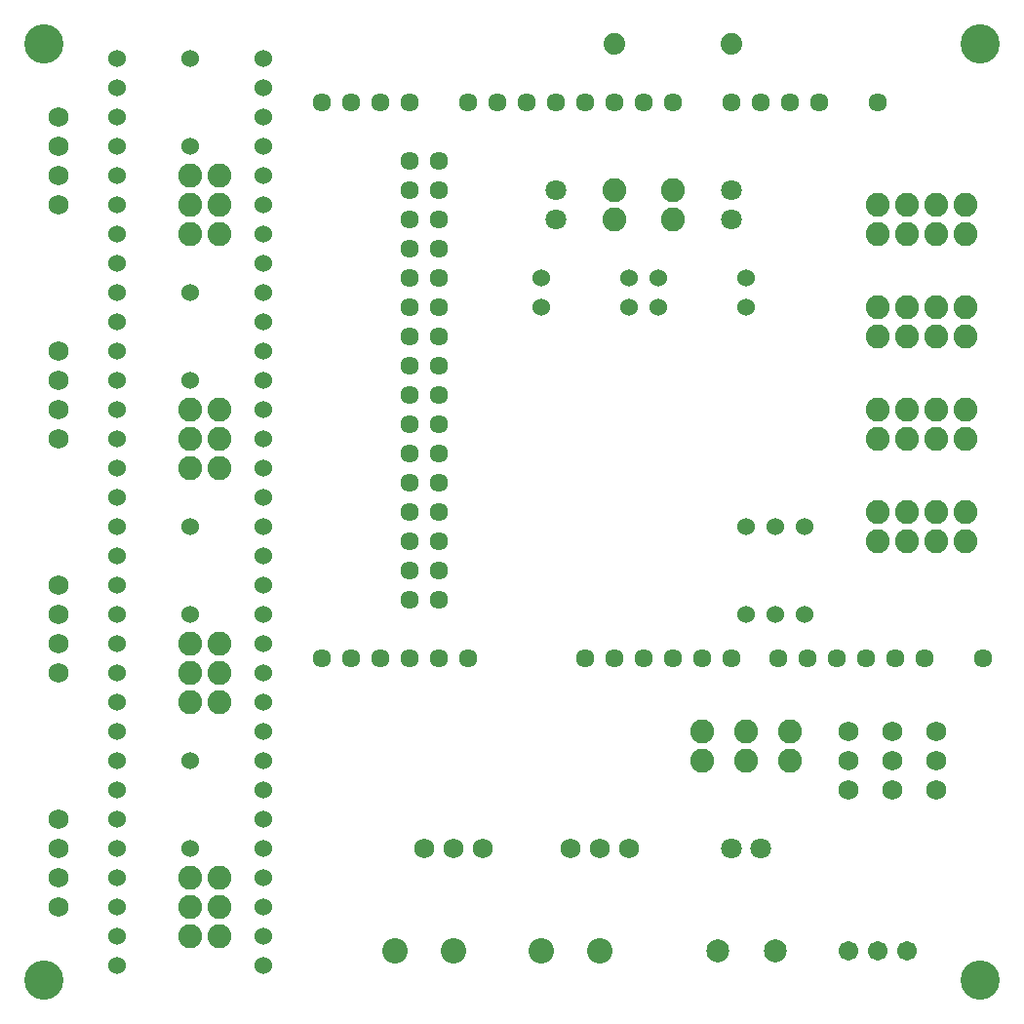
<source format=gbr>
G75*
G70*
%OFA0B0*%
%FSLAX24Y24*%
%IPPOS*%
%LPD*%
%AMOC8*
5,1,8,0,0,1.08239X$1,22.5*
%
%ADD10C,0.1340*%
%ADD11C,0.0680*%
%ADD12C,0.0634*%
%ADD13C,0.0785*%
%ADD14C,0.0867*%
%ADD15C,0.0710*%
%ADD16C,0.0740*%
%ADD17C,0.0674*%
%ADD18C,0.0600*%
%ADD19C,0.0820*%
D10*
X001601Y001601D03*
X033601Y001601D03*
X033601Y033601D03*
X001601Y033601D03*
D11*
X002101Y031101D03*
X002101Y030101D03*
X002101Y029101D03*
X002101Y028101D03*
X002101Y023101D03*
X002101Y022101D03*
X002101Y021101D03*
X002101Y020101D03*
X002101Y015101D03*
X002101Y014101D03*
X002101Y013101D03*
X002101Y012101D03*
X002101Y007101D03*
X002101Y006101D03*
X002101Y005101D03*
X002101Y004101D03*
X014601Y006101D03*
X015601Y006101D03*
X016601Y006101D03*
X019601Y006101D03*
X020601Y006101D03*
X021601Y006101D03*
X029101Y008101D03*
X029101Y009101D03*
X029101Y010101D03*
X030601Y010101D03*
X030601Y009101D03*
X030601Y008101D03*
X032101Y008101D03*
X032101Y009101D03*
X032101Y010101D03*
D12*
X031701Y012601D03*
X030701Y012601D03*
X029701Y012601D03*
X028701Y012601D03*
X027701Y012601D03*
X026701Y012601D03*
X025101Y012601D03*
X024101Y012601D03*
X023101Y012601D03*
X022101Y012601D03*
X021101Y012601D03*
X020101Y012601D03*
X016101Y012601D03*
X015101Y012601D03*
X014101Y012601D03*
X013101Y012601D03*
X012101Y012601D03*
X011101Y012601D03*
X014101Y014601D03*
X014101Y015601D03*
X014101Y016601D03*
X014101Y017601D03*
X014101Y018601D03*
X014101Y019601D03*
X014101Y020601D03*
X014101Y021601D03*
X014101Y022601D03*
X014101Y023601D03*
X014101Y024601D03*
X014101Y025601D03*
X014101Y026601D03*
X014101Y027601D03*
X014101Y028601D03*
X014101Y029601D03*
X015101Y029601D03*
X015101Y028601D03*
X015101Y027601D03*
X015101Y026601D03*
X015101Y025601D03*
X015101Y024601D03*
X015101Y023601D03*
X015101Y022601D03*
X015101Y021601D03*
X015101Y020601D03*
X015101Y019601D03*
X015101Y018601D03*
X015101Y017601D03*
X015101Y016601D03*
X015101Y015601D03*
X015101Y014601D03*
X014101Y031601D03*
X013101Y031601D03*
X012101Y031601D03*
X011101Y031601D03*
X016101Y031601D03*
X017101Y031601D03*
X018101Y031601D03*
X019101Y031601D03*
X020101Y031601D03*
X021101Y031601D03*
X022101Y031601D03*
X023101Y031601D03*
X025101Y031601D03*
X026101Y031601D03*
X027101Y031601D03*
X028101Y031601D03*
X030101Y031601D03*
X033701Y012601D03*
D13*
X026585Y002601D03*
X024617Y002601D03*
D14*
X020592Y002611D03*
X018592Y002611D03*
X015592Y002611D03*
X013592Y002611D03*
D15*
X025101Y006101D03*
X026101Y006101D03*
X025101Y027601D03*
X025101Y028601D03*
X019101Y028601D03*
X019101Y027601D03*
D16*
X021101Y033601D03*
X025101Y033601D03*
D17*
X029101Y002601D03*
X030101Y002601D03*
X031101Y002601D03*
D18*
X027601Y014101D03*
X026601Y014101D03*
X025601Y014101D03*
X025601Y017101D03*
X026601Y017101D03*
X027601Y017101D03*
X025601Y024601D03*
X025601Y025601D03*
X022601Y025601D03*
X021601Y025601D03*
X021601Y024601D03*
X022601Y024601D03*
X018601Y024601D03*
X018601Y025601D03*
X009101Y026101D03*
X009101Y027101D03*
X009101Y028101D03*
X009101Y029101D03*
X009101Y030101D03*
X009101Y031101D03*
X009101Y032101D03*
X009101Y033101D03*
X006601Y033101D03*
X004101Y033101D03*
X004101Y032101D03*
X004101Y031101D03*
X004101Y030101D03*
X004101Y029101D03*
X004101Y028101D03*
X004101Y027101D03*
X004101Y026101D03*
X004101Y025101D03*
X004101Y024101D03*
X004101Y023101D03*
X004101Y022101D03*
X004101Y021101D03*
X004101Y020101D03*
X004101Y019101D03*
X004101Y018101D03*
X004101Y017101D03*
X004101Y016101D03*
X004101Y015101D03*
X004101Y014101D03*
X004101Y013101D03*
X004101Y012101D03*
X004101Y011101D03*
X004101Y010101D03*
X004101Y009101D03*
X004101Y008101D03*
X004101Y007101D03*
X004101Y006101D03*
X004101Y005101D03*
X004101Y004101D03*
X004101Y003101D03*
X004101Y002101D03*
X006601Y006101D03*
X009101Y006101D03*
X009101Y007101D03*
X009101Y008101D03*
X009101Y009101D03*
X009101Y010101D03*
X009101Y011101D03*
X009101Y012101D03*
X009101Y013101D03*
X009101Y014101D03*
X009101Y015101D03*
X009101Y016101D03*
X009101Y017101D03*
X009101Y018101D03*
X009101Y019101D03*
X009101Y020101D03*
X009101Y021101D03*
X009101Y022101D03*
X009101Y023101D03*
X009101Y024101D03*
X009101Y025101D03*
X006601Y025101D03*
X006601Y022101D03*
X006601Y017101D03*
X006601Y014101D03*
X006601Y009101D03*
X009101Y005101D03*
X009101Y004101D03*
X009101Y003101D03*
X009101Y002101D03*
X006601Y030101D03*
D19*
X006601Y029101D03*
X007601Y029101D03*
X007601Y028101D03*
X007601Y027101D03*
X006601Y027101D03*
X006601Y028101D03*
X006601Y021101D03*
X006601Y020101D03*
X007601Y020101D03*
X007601Y021101D03*
X007601Y019101D03*
X006601Y019101D03*
X006601Y013101D03*
X007601Y013101D03*
X007601Y012101D03*
X007601Y011101D03*
X006601Y011101D03*
X006601Y012101D03*
X006601Y005101D03*
X007601Y005101D03*
X007601Y004101D03*
X007601Y003101D03*
X006601Y003101D03*
X006601Y004101D03*
X024101Y009101D03*
X024101Y010101D03*
X025601Y010101D03*
X025601Y009101D03*
X027101Y009101D03*
X027101Y010101D03*
X030101Y016601D03*
X030101Y017601D03*
X031101Y017601D03*
X031101Y016601D03*
X032101Y016601D03*
X032101Y017601D03*
X033101Y017601D03*
X033101Y016601D03*
X033101Y020101D03*
X033101Y021101D03*
X032101Y021101D03*
X032101Y020101D03*
X031101Y020101D03*
X031101Y021101D03*
X030101Y021101D03*
X030101Y020101D03*
X030101Y023601D03*
X030101Y024601D03*
X031101Y024601D03*
X031101Y023601D03*
X032101Y023601D03*
X032101Y024601D03*
X033101Y024601D03*
X033101Y023601D03*
X033101Y027101D03*
X032101Y027101D03*
X032101Y028101D03*
X033101Y028101D03*
X031101Y028101D03*
X031101Y027101D03*
X030101Y027101D03*
X030101Y028101D03*
X023101Y028601D03*
X023101Y027601D03*
X021101Y027601D03*
X021101Y028601D03*
M02*

</source>
